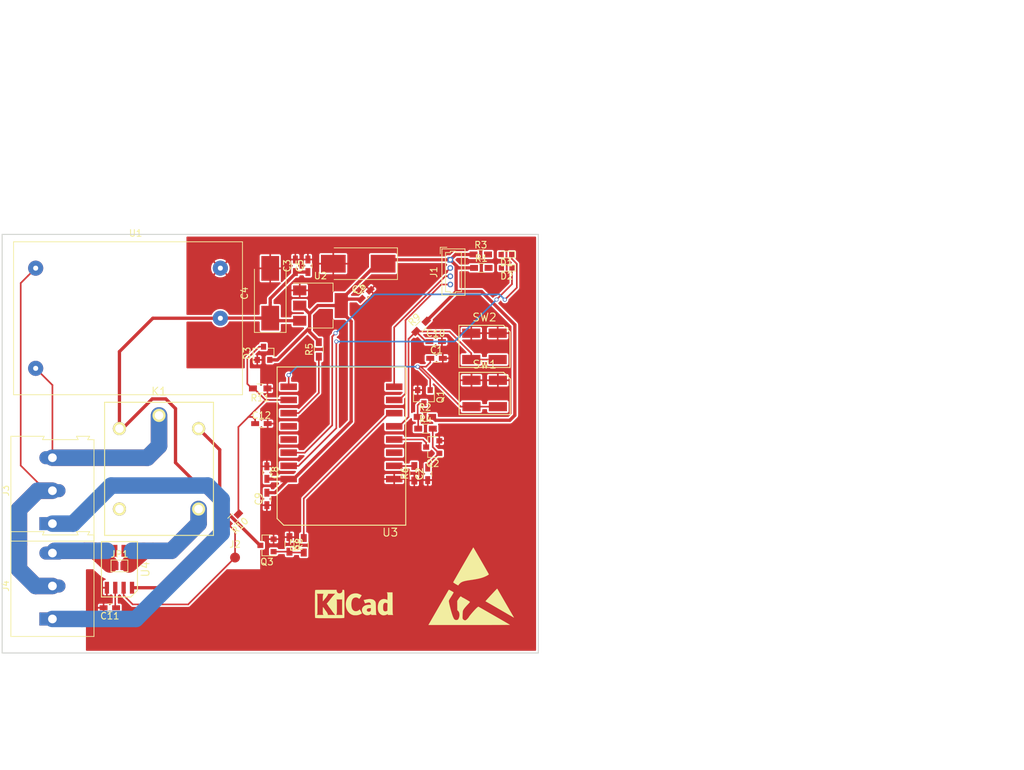
<source format=kicad_pcb>
(kicad_pcb (version 4) (host pcbnew 4.0.0-rc2-stable)
  (layers (0 F.Cu signal) (31 B.Cu signal) (34 B.Paste user) (35 F.Paste user) (36 B.SilkS user) (37 F.SilkS user) (38 B.Mask user) (39 F.Mask user) (44 Edge.Cuts user))
  (net 0 "")
  (net 1 "Net-(C1-Pad1)")
  (net 2 GND)
  (net 3 "Net-(C2-Pad2)")
  (net 4 +5V)
  (net 5 +3V3)
  (net 6 "Net-(C10-Pad1)")
  (net 7 "Net-(C11-Pad1)")
  (net 8 /AC_CURRENT)
  (net 9 "Net-(D1-Pad2)")
  (net 10 "Net-(D1-Pad1)")
  (net 11 "Net-(D2-Pad2)")
  (net 12 "Net-(D2-Pad1)")
  (net 13 "Net-(J1-Pad3)")
  (net 14 "Net-(J1-Pad4)")
  (net 15 "Net-(J2-Pad1)")
  (net 16 /~~AC_OUT)
  (net 17 "Net-(JP1-Pad2)")
  (net 18 /~~AC1)
  (net 19 "Net-(Q1-Pad3)")
  (net 20 /GPIO0)
  (net 21 "Net-(Q3-Pad1)")
  (net 22 "Net-(R5-Pad1)")
  (net 23 "Net-(R6-Pad2)")
  (net 24 /Control_Out)
  (net 25 "Net-(J3-Pad1)")
  (net 26 /~~AC2)
  (net 27 "Net-(K1-Pad1)")
  (module Capacitors_SMD:C_0603_HandSoldering (layer F.Cu) (at 119.192001 89.916)
    (fp_text reference C1 (at 0 -1.25) (layer F.SilkS))
    (fp_text value 100n)
    (pad 1 smd rect (at -0.95 0) (size 1.2 0.75) (layers F.Cu F.Paste F.Mask) (net 1 "Net-(C1-Pad1)"))
    (pad 2 smd rect (at 0.95 0) (size 1.2 0.75) (layers F.Cu F.Paste F.Mask) (net 2 GND))
  )
  (module Capacitors_SMD:C_0603_HandSoldering (layer F.Cu) (at 117.856 107.442 90)
    (fp_text reference C2 (at 0 -1.25 90) (layer F.SilkS))
    (fp_text value 220n)
    (pad 1 smd rect (at -0.95 0 90) (size 1.2 0.75) (layers F.Cu F.Paste F.Mask) (net 2 GND))
    (pad 2 smd rect (at 0.95 0 90) (size 1.2 0.75) (layers F.Cu F.Paste F.Mask) (net 3 "Net-(C2-Pad2)"))
  )
  (module Capacitors_SMD:C_0603_HandSoldering (layer F.Cu) (at 97.79 75.879999 90)
    (fp_text reference C3 (at 0 -1.25 90) (layer F.SilkS))
    (fp_text value 1u)
    (pad 1 smd rect (at -0.95 0 90) (size 1.2 0.75) (layers F.Cu F.Paste F.Mask) (net 4 +5V))
    (pad 2 smd rect (at 0.95 0 90) (size 1.2 0.75) (layers F.Cu F.Paste F.Mask) (net 2 GND))
  )
  (module Capacitors_Tantalum_SMD:CP_Tantalum_Case-D_EIA-7343-31_Hand (layer F.Cu) (at 93.98 80.045 90)
    (fp_text reference C4 (at 0 -3.9 90) (layer F.SilkS))
    (fp_text value 68u)
    (pad 1 smd rect (at -3.775 0 90) (size 3.75 2.7) (layers F.Cu F.Paste F.Mask) (net 4 +5V))
    (pad 2 smd rect (at 3.775 0 90) (size 3.75 2.7) (layers F.Cu F.Paste F.Mask) (net 2 GND))
  )
  (module Capacitors_SMD:C_0603_HandSoldering (layer F.Cu) (at 99.695 75.879999 90)
    (fp_text reference C5 (at 0 -1.25 90) (layer F.SilkS))
    (fp_text value 100n)
    (pad 1 smd rect (at -0.95 0 90) (size 1.2 0.75) (layers F.Cu F.Paste F.Mask) (net 4 +5V))
    (pad 2 smd rect (at 0.95 0 90) (size 1.2 0.75) (layers F.Cu F.Paste F.Mask) (net 2 GND))
  )
  (module Capacitors_SMD:C_0603_HandSoldering (layer F.Cu) (at 108.458 80.264 45)
    (fp_text reference C6 (at 0 -1.25 45) (layer F.SilkS))
    (fp_text value 1u)
    (pad 1 smd rect (at -0.95 0 45) (size 1.2 0.75) (layers F.Cu F.Paste F.Mask) (net 5 +3V3))
    (pad 2 smd rect (at 0.95 0 45) (size 1.2 0.75) (layers F.Cu F.Paste F.Mask) (net 2 GND))
  )
  (module Capacitors_Tantalum_SMD:CP_Tantalum_Case-D_EIA-7343-31_Hand (layer F.Cu) (at 107.315 75.565 180)
    (fp_text reference C7 (at 0 -3.9 180) (layer F.SilkS))
    (fp_text value 150u)
    (pad 1 smd rect (at -3.775 0 180) (size 3.75 2.7) (layers F.Cu F.Paste F.Mask) (net 5 +3V3))
    (pad 2 smd rect (at 3.775 0 180) (size 3.75 2.7) (layers F.Cu F.Paste F.Mask) (net 2 GND))
  )
  (module Capacitors_SMD:C_0603_HandSoldering (layer F.Cu) (at 93.472 107.254 270)
    (fp_text reference C8 (at 0 -1.25 270) (layer F.SilkS))
    (fp_text value 100p)
    (pad 1 smd rect (at -0.95 0 270) (size 1.2 0.75) (layers F.Cu F.Paste F.Mask) (net 2 GND))
    (pad 2 smd rect (at 0.95 0 270) (size 1.2 0.75) (layers F.Cu F.Paste F.Mask) (net 5 +3V3))
  )
  (module Capacitors_SMD:C_0603_HandSoldering (layer F.Cu) (at 93.472 111.252 90)
    (fp_text reference C9 (at 0 -1.25 90) (layer F.SilkS))
    (fp_text value 10n)
    (pad 1 smd rect (at -0.95 0 90) (size 1.2 0.75) (layers F.Cu F.Paste F.Mask) (net 2 GND))
    (pad 2 smd rect (at 0.95 0 90) (size 1.2 0.75) (layers F.Cu F.Paste F.Mask) (net 5 +3V3))
  )
  (module Capacitors_SMD:C_0603_HandSoldering (layer F.Cu) (at 119.06 87.376)
    (fp_text reference C10 (at 0 -1.25) (layer F.SilkS))
    (fp_text value 100n)
    (pad 1 smd rect (at -0.95 0) (size 1.2 0.75) (layers F.Cu F.Paste F.Mask) (net 6 "Net-(C10-Pad1)"))
    (pad 2 smd rect (at 0.95 0) (size 1.2 0.75) (layers F.Cu F.Paste F.Mask) (net 2 GND))
  )
  (module Capacitors_SMD:C_0603_HandSoldering (layer F.Cu) (at 69.662001 127.762 180)
    (fp_text reference C11 (at 0 -1.25 180) (layer F.SilkS))
    (fp_text value 1u)
    (pad 1 smd rect (at -0.95 0 180) (size 1.2 0.75) (layers F.Cu F.Paste F.Mask) (net 7 "Net-(C11-Pad1)"))
    (pad 2 smd rect (at 0.95 0 180) (size 1.2 0.75) (layers F.Cu F.Paste F.Mask) (net 2 GND))
  )
  (module Capacitors_SMD:C_0603_HandSoldering (layer F.Cu) (at 92.643999 99.822)
    (fp_text reference C12 (at 0 -1.25) (layer F.SilkS))
    (fp_text value 100n)
    (pad 1 smd rect (at -0.95 0) (size 1.2 0.75) (layers F.Cu F.Paste F.Mask) (net 8 /AC_CURRENT))
    (pad 2 smd rect (at 0.95 0) (size 1.2 0.75) (layers F.Cu F.Paste F.Mask) (net 2 GND))
  )
  (module LEDs:LED_0603 (layer F.Cu) (at 129.794 74.168 180)
    (fp_text reference D1 (at 0 -1.25 180) (layer F.SilkS))
    (fp_text value LED)
    (pad 2 smd rect (at 0.8 0) (size 0.8 0.8) (layers F.Cu F.Paste F.Mask) (net 9 "Net-(D1-Pad2)"))
    (pad 1 smd rect (at -0.8 0) (size 0.8 0.8) (layers F.Cu F.Paste F.Mask) (net 10 "Net-(D1-Pad1)"))
  )
  (module LEDs:LED_0603 (layer F.Cu) (at 129.832 76.2 180)
    (fp_text reference D2 (at 0 -1.25 180) (layer F.SilkS))
    (fp_text value LED)
    (pad 2 smd rect (at 0.8 0) (size 0.8 0.8) (layers F.Cu F.Paste F.Mask) (net 11 "Net-(D2-Pad2)"))
    (pad 1 smd rect (at -0.8 0) (size 0.8 0.8) (layers F.Cu F.Paste F.Mask) (net 12 "Net-(D2-Pad1)"))
  )
  (module TO_SOT_Packages_SMD:SOT-23 (layer F.Cu) (at 92.964 89.154 90)
    (fp_text reference D3 (at 0 -2.5 90) (layer F.SilkS))
    (fp_text value BAV99)
    (pad 1 smd rect (at -1 -0.95 90) (size 0.9 0.8) (layers F.Cu F.Paste F.Mask) (net 2 GND))
    (pad 2 smd rect (at -1 0.95 90) (size 0.9 0.8) (layers F.Cu F.Paste F.Mask) (net 5 +3V3))
    (pad 3 smd rect (at 1 0 90) (size 0.9 0.8) (layers F.Cu F.Paste F.Mask) (net 8 /AC_CURRENT))
  )
  (module Connectors_Molex:Molex_PicoBlade_53047-0410_04x1.25mm_Straight (layer F.Cu) (at 121.285 74.97 270)
    (fp_text reference J1 (at 1.875 2.5 270) (layer F.SilkS))
    (fp_text value CONN_01X04)
    (pad 1 thru_hole rect (at 0 0 270) (size 0.85 0.85) (drill 0.5) (layers *.Cu *.Mask) (net 5 +3V3))
    (pad 2 thru_hole circle (at 1.25 0 270) (size 0.85 0.85) (drill 0.5) (layers *.Cu *.Mask) (net 2 GND))
    (pad 3 thru_hole circle (at 2.5 0 270) (size 0.85 0.85) (drill 0.5) (layers *.Cu *.Mask) (net 13 "Net-(J1-Pad3)"))
    (pad 4 thru_hole circle (at 3.75 0 270) (size 0.85 0.85) (drill 0.5) (layers *.Cu *.Mask) (net 14 "Net-(J1-Pad4)"))
  )
  (module Measurement_Points:Measurement_Point_Round-SMD-Pad_Small (layer F.Cu) (at 88.646 120.142)
    (fp_text reference J2 (at 0 -2) (layer F.SilkS))
    (fp_text value TEST_1P)
    (pad 1 smd circle (at 0 0) (size 1.5 1.5) (layers F.Cu F.Mask) (net 15 "Net-(J2-Pad1)"))
  )
  (module Connect:GS2 (layer F.Cu) (at 71.12 121.412 90)
    (fp_text reference JP1 (at 1.78 0 180) (layer F.SilkS))
    (fp_text value Jumper)
    (pad 1 smd rect (at 0 -0.64 90) (size 1.27 0.97) (layers F.Cu F.Paste F.Mask) (net 16 /~~AC_OUT))
    (pad 2 smd rect (at 0 0.64 90) (size 1.27 0.97) (layers F.Cu F.Paste F.Mask) (net 17 "Net-(JP1-Pad2)"))
  )
  (module symbols:TRU-Relay (layer F.Cu) (at 77.12 106.68 270)
    (fp_text reference K1 (at -11.74 0 360) (layer F.SilkS) (effects (font (size 1.2 1.2))))
    (fp_text value TRU-5VDC-SB-CL)
    (pad 3 thru_hole circle (at -8.1 0 270) (size 2 2) (drill 1.3) (layers *.Cu *.Mask F.SilkS) (net 18 /~~AC1))
    (pad 1 thru_hole circle (at -6.1 -6 270) (size 2 2) (drill 1.3) (layers *.Cu *.Mask F.SilkS) (net 27 "Net-(K1-Pad1)"))
    (pad 2 thru_hole circle (at -6.1 6 270) (size 2 2) (drill 1.3) (layers *.Cu *.Mask F.SilkS) (net 4 +5V))
    (pad 5 thru_hole circle (at 6.1 -6 270) (size 2 2) (drill 1.3) (layers *.Cu *.Mask F.SilkS) (net 17 "Net-(JP1-Pad2)"))
    (pad 4 thru_hole circle (at 6.1 6 270) (size 2 2) (drill 1.3) (layers *.Cu *.Mask F.SilkS))
  )
  (module TO_SOT_Packages_SMD:SOT-23 (layer F.Cu) (at 117.282 95.742 270)
    (fp_text reference Q1 (at 0 -2.5 270) (layer F.SilkS))
    (fp_text value BSS138)
    (pad 1 smd rect (at -1 -0.95 270) (size 0.9 0.8) (layers F.Cu F.Paste F.Mask) (net 1 "Net-(C1-Pad1)"))
    (pad 2 smd rect (at -1 0.95 270) (size 0.9 0.8) (layers F.Cu F.Paste F.Mask) (net 2 GND))
    (pad 3 smd rect (at 1 0 270) (size 0.9 0.8) (layers F.Cu F.Paste F.Mask) (net 19 "Net-(Q1-Pad3)"))
  )
  (module TO_SOT_Packages_SMD:SOT-23 (layer F.Cu) (at 118.618 103.378 180)
    (fp_text reference Q2 (at 0 -2.5 180) (layer F.SilkS))
    (fp_text value BSS138)
    (pad 1 smd rect (at -1 -0.95 180) (size 0.9 0.8) (layers F.Cu F.Paste F.Mask) (net 3 "Net-(C2-Pad2)"))
    (pad 2 smd rect (at -1 0.95 180) (size 0.9 0.8) (layers F.Cu F.Paste F.Mask) (net 2 GND))
    (pad 3 smd rect (at 1 0 180) (size 0.9 0.8) (layers F.Cu F.Paste F.Mask) (net 20 /GPIO0))
  )
  (module TO_SOT_Packages_SMD:SOT-23 (layer F.Cu) (at 93.488 118.298 180)
    (fp_text reference Q3 (at 0 -2.5 180) (layer F.SilkS))
    (fp_text value BSS138)
    (pad 1 smd rect (at -1 -0.95 180) (size 0.9 0.8) (layers F.Cu F.Paste F.Mask) (net 21 "Net-(Q3-Pad1)"))
    (pad 2 smd rect (at -1 0.95 180) (size 0.9 0.8) (layers F.Cu F.Paste F.Mask) (net 2 GND))
    (pad 3 smd rect (at 1 0 180) (size 0.9 0.8) (layers F.Cu F.Paste F.Mask) (net 27 "Net-(K1-Pad1)"))
  )
  (module Resistors_SMD:R_0603_HandSoldering (layer F.Cu) (at 125.984 76.2)
    (fp_text reference R1 (at 0 -1.45) (layer F.SilkS))
    (fp_text value 270)
    (pad 1 smd rect (at -1.1 0) (size 1.2 0.9) (layers F.Cu F.Paste F.Mask) (net 5 +3V3))
    (pad 2 smd rect (at 1.1 0) (size 1.2 0.9) (layers F.Cu F.Paste F.Mask) (net 11 "Net-(D2-Pad2)"))
  )
  (module Resistors_SMD:R_0603_HandSoldering (layer F.Cu) (at 117.431999 98.806)
    (fp_text reference R2 (at 0 -1.45) (layer F.SilkS))
    (fp_text value 470k)
    (pad 1 smd rect (at -1.1 0) (size 1.2 0.9) (layers F.Cu F.Paste F.Mask) (net 19 "Net-(Q1-Pad3)"))
    (pad 2 smd rect (at 1.1 0) (size 1.2 0.9) (layers F.Cu F.Paste F.Mask) (net 5 +3V3))
  )
  (module Resistors_SMD:R_0603_HandSoldering (layer F.Cu) (at 125.9 74.168)
    (fp_text reference R3 (at 0 -1.45) (layer F.SilkS))
    (fp_text value 270)
    (pad 1 smd rect (at -1.1 0) (size 1.2 0.9) (layers F.Cu F.Paste F.Mask) (net 5 +3V3))
    (pad 2 smd rect (at 1.1 0) (size 1.2 0.9) (layers F.Cu F.Paste F.Mask) (net 9 "Net-(D1-Pad2)"))
  )
  (module Resistors_SMD:R_0603_HandSoldering (layer F.Cu) (at 117.518 100.584)
    (fp_text reference R4 (at 0 -1.45) (layer F.SilkS))
    (fp_text value 100k)
    (pad 1 smd rect (at -1.1 0) (size 1.2 0.9) (layers F.Cu F.Paste F.Mask) (net 19 "Net-(Q1-Pad3)"))
    (pad 2 smd rect (at 1.1 0) (size 1.2 0.9) (layers F.Cu F.Paste F.Mask) (net 3 "Net-(C2-Pad2)"))
  )
  (module Resistors_SMD:R_0603_HandSoldering (layer F.Cu) (at 101.346 88.562 90)
    (fp_text reference R5 (at 0 -1.45 90) (layer F.SilkS))
    (fp_text value 4k7)
    (pad 1 smd rect (at -1.1 0 90) (size 1.2 0.9) (layers F.Cu F.Paste F.Mask) (net 22 "Net-(R5-Pad1)"))
    (pad 2 smd rect (at 1.1 0 90) (size 1.2 0.9) (layers F.Cu F.Paste F.Mask) (net 5 +3V3))
  )
  (module Resistors_SMD:R_0603_HandSoldering (layer F.Cu) (at 115.824 107.358001 90)
    (fp_text reference R6 (at 0 -1.45 90) (layer F.SilkS))
    (fp_text value 10k)
    (pad 1 smd rect (at -1.1 0 90) (size 1.2 0.9) (layers F.Cu F.Paste F.Mask) (net 2 GND))
    (pad 2 smd rect (at 1.1 0 90) (size 1.2 0.9) (layers F.Cu F.Paste F.Mask) (net 23 "Net-(R6-Pad2)"))
  )
  (module Resistors_SMD:R_0603_HandSoldering (layer F.Cu) (at 99.06 118.28 90)
    (fp_text reference R7 (at 0 -1.45 90) (layer F.SilkS))
    (fp_text value 10k)
    (pad 1 smd rect (at -1.1 0 90) (size 1.2 0.9) (layers F.Cu F.Paste F.Mask) (net 21 "Net-(Q3-Pad1)"))
    (pad 2 smd rect (at 1.1 0 90) (size 1.2 0.9) (layers F.Cu F.Paste F.Mask) (net 24 /Control_Out))
  )
  (module Resistors_SMD:R_0603_HandSoldering (layer F.Cu) (at 96.896 118.148 270)
    (fp_text reference R8 (at 0 -1.45 270) (layer F.SilkS))
    (fp_text value 10k)
    (pad 1 smd rect (at -1.1 0 270) (size 1.2 0.9) (layers F.Cu F.Paste F.Mask) (net 2 GND))
    (pad 2 smd rect (at 1.1 0 270) (size 1.2 0.9) (layers F.Cu F.Paste F.Mask) (net 21 "Net-(Q3-Pad1)"))
  )
  (module Resistors_SMD:R_0603_HandSoldering (layer F.Cu) (at 116.855817 85.074183 45)
    (fp_text reference R9 (at 0 -1.45 45) (layer F.SilkS))
    (fp_text value 47k)
    (pad 1 smd rect (at -1.1 0 45) (size 1.2 0.9) (layers F.Cu F.Paste F.Mask) (net 6 "Net-(C10-Pad1)"))
    (pad 2 smd rect (at 1.1 0 45) (size 1.2 0.9) (layers F.Cu F.Paste F.Mask) (net 5 +3V3))
  )
  (module Resistors_SMD:R_0603_HandSoldering (layer F.Cu) (at 88.376183 114.315817 225)
    (fp_text reference R10 (at 0 -1.45 225) (layer F.SilkS))
    (fp_text value 4k7)
    (pad 1 smd rect (at -1.1 0 225) (size 1.2 0.9) (layers F.Cu F.Paste F.Mask) (net 8 /AC_CURRENT))
    (pad 2 smd rect (at 1.1 0 225) (size 1.2 0.9) (layers F.Cu F.Paste F.Mask) (net 15 "Net-(J2-Pad1)"))
  )
  (module Resistors_SMD:R_0603_HandSoldering (layer F.Cu) (at 92.456 94.488 180)
    (fp_text reference R11 (at 0 -1.45 180) (layer F.SilkS))
    (fp_text value 4k7)
    (pad 1 smd rect (at -1.1 0 180) (size 1.2 0.9) (layers F.Cu F.Paste F.Mask) (net 2 GND))
    (pad 2 smd rect (at 1.1 0 180) (size 1.2 0.9) (layers F.Cu F.Paste F.Mask) (net 8 /AC_CURRENT))
  )
  (module buttons_smd:DTSGL-61K (layer F.Cu) (at 126.492 95.25 270)
    (fp_text reference SW1 (at -4.4 0 360) (layer F.SilkS) (effects (font (size 1.2 1.2))))
    (fp_text value SW_Push)
    (pad 1 smd rect (at -2 -2 270) (size 1.4 2.75) (layers F.Cu F.Paste F.Mask) (net 2 GND))
    (pad 1 smd rect (at -2 2 270) (size 1.4 2.75) (layers F.Cu F.Paste F.Mask) (net 2 GND))
    (pad 2 smd rect (at 2 -2 270) (size 1.4 2.75) (layers F.Cu F.Paste F.Mask) (net 1 "Net-(C1-Pad1)"))
    (pad 2 smd rect (at 2 2 270) (size 1.4 2.75) (layers F.Cu F.Paste F.Mask) (net 1 "Net-(C1-Pad1)"))
  )
  (module buttons_smd:DTSGL-61K (layer F.Cu) (at 126.46 88.106 270)
    (fp_text reference SW2 (at -4.4 0 360) (layer F.SilkS) (effects (font (size 1.2 1.2))))
    (fp_text value SW_Push)
    (pad 1 smd rect (at -2 -2 270) (size 1.4 2.75) (layers F.Cu F.Paste F.Mask) (net 2 GND))
    (pad 1 smd rect (at -2 2 270) (size 1.4 2.75) (layers F.Cu F.Paste F.Mask) (net 2 GND))
    (pad 2 smd rect (at 2 -2 270) (size 1.4 2.75) (layers F.Cu F.Paste F.Mask) (net 6 "Net-(C10-Pad1)"))
    (pad 2 smd rect (at 2 2 270) (size 1.4 2.75) (layers F.Cu F.Paste F.Mask) (net 6 "Net-(C10-Pad1)"))
  )
  (module Converters_DCDC_ACDC:ACDC-Converter_MeanWell-IRM-02-x (layer F.Cu) (at 58.42 76.24)
    (fp_text reference U1 (at 15.15 -5.3) (layer F.SilkS))
    (fp_text value IRM-02-5)
    (pad 1 thru_hole circle (at 0 0) (size 2.29 2.29) (drill 0.76) (layers *.Cu *.Mask) (net 26 /~~AC2))
    (pad 2 thru_hole circle (at 0 15.2) (size 2.29 2.29) (drill 0.76) (layers *.Cu *.Mask) (net 18 /~~AC1))
    (pad 3 thru_hole circle (at 28 0) (size 2.29 2.29) (drill 0.76) (layers *.Cu *.Mask) (net 2 GND))
    (pad 4 thru_hole circle (at 28 7.6) (size 2.29 2.29) (drill 0.76) (layers *.Cu *.Mask) (net 4 +5V))
  )
  (module TO_SOT_Packages_SMD:SOT-223-3Lead_TabPin2 (layer F.Cu) (at 101.6 81.915)
    (fp_text reference U2 (at 0 -4.5) (layer F.SilkS))
    (fp_text value LD1117S33TR_SOT223)
    (pad 2 smd rect (at 3.15 0) (size 2 3.8) (layers F.Cu F.Paste F.Mask) (net 5 +3V3))
    (pad 2 smd rect (at -3.15 0) (size 2 1.5) (layers F.Cu F.Paste F.Mask) (net 5 +3V3))
    (pad 3 smd rect (at -3.15 2.3) (size 2 1.5) (layers F.Cu F.Paste F.Mask) (net 4 +5V))
    (pad 1 smd rect (at -3.15 -2.3) (size 2 1.5) (layers F.Cu F.Paste F.Mask) (net 2 GND))
  )
  (module symbols:SOIC-8 (layer F.Cu) (at 71.12 121.92 180)
    (fp_text reference U4 (at -3.93 0 270) (layer F.SilkS) (effects (font (size 1.2 1.2))))
    (fp_text value ACS712)
    (pad 8 smd rect (at -1.905 -2.8 180) (size 0.65 1.8) (layers F.Cu F.Paste F.Mask) (net 4 +5V))
    (pad 1 smd rect (at -1.905 2.8 180) (size 0.65 1.8) (layers F.Cu F.Paste F.Mask) (net 17 "Net-(JP1-Pad2)"))
    (pad 7 smd rect (at -0.635 -2.8 180) (size 0.65 1.8) (layers F.Cu F.Paste F.Mask) (net 15 "Net-(J2-Pad1)"))
    (pad 2 smd rect (at -0.635 2.8 180) (size 0.65 1.8) (layers F.Cu F.Paste F.Mask) (net 17 "Net-(JP1-Pad2)"))
    (pad 6 smd rect (at 0.635 -2.8 180) (size 0.65 1.8) (layers F.Cu F.Paste F.Mask) (net 7 "Net-(C11-Pad1)"))
    (pad 3 smd rect (at 0.635 2.8 180) (size 0.65 1.8) (layers F.Cu F.Paste F.Mask) (net 16 /~~AC_OUT))
    (pad 5 smd rect (at 1.905 -2.8 180) (size 0.65 1.8) (layers F.Cu F.Paste F.Mask) (net 2 GND))
    (pad 4 smd rect (at 1.905 2.8 180) (size 0.65 1.8) (layers F.Cu F.Paste F.Mask) (net 16 /~~AC_OUT))
  )
  (module Connect:AK300-3 (layer F.Cu) (at 60.96 115 90)
    (fp_text reference J3 (at 5 -7.1 90) (layer F.SilkS))
    (fp_text value CONN_01X03)
    (pad 1 thru_hole rect (at 0 0 90) (size 1.98 3.96) (drill 1.32) (layers *.Cu F.Paste F.Mask) (net 25 "Net-(J3-Pad1)"))
    (pad 2 thru_hole oval (at 5 0 90) (size 1.98 3.96) (drill 1.32) (layers *.Cu F.Paste F.Mask) (net 26 /~~AC2))
    (pad 3 thru_hole oval (at 10 0 90) (size 1.98 3.96) (drill 1.32) (layers *.Cu F.Paste F.Mask) (net 18 /~~AC1))
  )
  (module Connect:AK300-3 (layer F.Cu) (at 60.96 129.46 90)
    (fp_text reference J4 (at 5 -7.1 90) (layer F.SilkS))
    (fp_text value CONN_01X03)
    (pad 1 thru_hole rect (at 0 0 90) (size 1.98 3.96) (drill 1.32) (layers *.Cu F.Paste F.Mask) (net 25 "Net-(J3-Pad1)"))
    (pad 2 thru_hole oval (at 5 0 90) (size 1.98 3.96) (drill 1.32) (layers *.Cu F.Paste F.Mask) (net 26 /~~AC2))
    (pad 3 thru_hole oval (at 10 0 90) (size 1.98 3.96) (drill 1.32) (layers *.Cu F.Paste F.Mask) (net 16 /~~AC_OUT))
  )
  (module symbols:ESP-07 (layer F.Cu) (at 104.775 102.235 90)
    (fp_text reference U3 (at -14.1 7.4 180) (layer F.SilkS) (effects (font (size 1.2 1.2))))
    (fp_text value ESP-07)
    (pad 14 smd rect (at -2 -8 90) (size 1 2.5) (layers F.Cu F.Paste F.Mask) (net 10 "Net-(D1-Pad1)"))
    (pad 1 smd rect (at -6 8 90) (size 1 2.5) (layers F.Cu F.Paste F.Mask) (net 2 GND))
    (pad 13 smd rect (at 0 -8 90) (size 1 2.5) (layers F.Cu F.Paste F.Mask))
    (pad 2 smd rect (at -4 8 90) (size 1 2.5) (layers F.Cu F.Paste F.Mask) (net 23 "Net-(R6-Pad2)"))
    (pad 12 smd rect (at 2 -8 90) (size 1 2.5) (layers F.Cu F.Paste F.Mask))
    (pad 3 smd rect (at -2 8 90) (size 1 2.5) (layers F.Cu F.Paste F.Mask))
    (pad 11 smd rect (at 4 -8 90) (size 1 2.5) (layers F.Cu F.Paste F.Mask) (net 22 "Net-(R5-Pad1)"))
    (pad 4 smd rect (at 0 8 90) (size 1 2.5) (layers F.Cu F.Paste F.Mask) (net 20 /GPIO0))
    (pad 10 smd rect (at 6 -8 90) (size 1 2.5) (layers F.Cu F.Paste F.Mask) (net 8 /AC_CURRENT))
    (pad 5 smd rect (at 2 8 90) (size 1 2.5) (layers F.Cu F.Paste F.Mask) (net 6 "Net-(C10-Pad1)"))
    (pad 9 smd rect (at 8 -8 90) (size 1 2.5) (layers F.Cu F.Paste F.Mask) (net 1 "Net-(C1-Pad1)"))
    (pad 6 smd rect (at 4 8 90) (size 1 2.5) (layers F.Cu F.Paste F.Mask) (net 24 /Control_Out))
    (pad 8 smd rect (at 8 8 90) (size 1 2.5) (layers F.Cu F.Paste F.Mask) (net 13 "Net-(J1-Pad3)"))
    (pad 7 smd rect (at 6 8 90) (size 1 2.5) (layers F.Cu F.Paste F.Mask) (net 14 "Net-(J1-Pad4)"))
    (pad 15 smd rect (at -4 -8 90) (size 1 2.5) (layers F.Cu F.Paste F.Mask) (net 12 "Net-(D2-Pad1)"))
    (pad 16 smd rect (at -6 -8 90) (size 1 2.5) (layers F.Cu F.Paste F.Mask) (net 5 +3V3))
  )
  (module Symbols:ESD-Logo_13.2x12mm_SilkScreen (layer F.Cu) (at 124.46 124.46)
    (fp_text reference REF*** hide)
    (fp_text value ESD-Logo_13.2x12mm_SilkScreen hide)
  )
  (module Symbols:Symbol_KiCAD-Logo_CopperAndSilkScreenTop (layer F.Cu) (at 106.68 127)
    (fp_text reference REF** hide)
    (fp_text value "KiCAD Logo" hide)
  )
  (gr_line (start 134.62 71.12) (end 53.34 71.12) (layer Edge.Cuts) (width 0.15))
  (gr_line (start 134.62 134.62) (end 134.62 71.12) (layer Edge.Cuts) (width 0.15))
  (gr_line (start 53.34 134.62) (end 134.62 134.62) (layer Edge.Cuts) (width 0.15))
  (gr_line (start 53.34 71.12) (end 53.34 134.62) (layer Edge.Cuts) (width 0.15))
  (segment (start 118.232 94.742) (end 118.232 93.086) (width 0.25) (layer F.Cu) (net 1))
  (segment (start 118.232 93.086) (end 116.332 91.186) (width 0.25) (layer F.Cu) (net 1))
  (segment (start 116.332 91.186) (end 117.597001 91.186) (width 0.25) (layer F.Cu) (net 1))
  (segment (start 117.597001 91.186) (end 118.242001 90.541) (width 0.25) (layer F.Cu) (net 1))
  (segment (start 118.242001 90.541) (end 118.242001 89.916) (width 0.25) (layer F.Cu) (net 1))
  (segment (start 124.492 97.25) (end 128.492 97.25) (width 0.25) (layer F.Cu) (net 1))
  (segment (start 96.774 92.456) (end 96.774 94.234) (width 0.25) (layer F.Cu) (net 1))
  (segment (start 96.774 94.234) (end 96.775 94.235) (width 0.25) (layer F.Cu) (net 1))
  (segment (start 116.332 91.186) (end 98.044 91.186) (width 0.25) (layer B.Cu) (net 1))
  (segment (start 98.044 91.186) (end 96.774 92.456) (width 0.25) (layer B.Cu) (net 1))
  (via (at 96.774 92.456) (size 0.6) (drill 0.4) (layers F.Cu B.Cu) (net 1))
  (segment (start 124.492 97.25) (end 122.867 97.25) (width 0.25) (layer F.Cu) (net 1))
  (segment (start 122.867 97.25) (end 116.803 91.186) (width 0.25) (layer F.Cu) (net 1))
  (segment (start 116.803 91.186) (end 116.332 91.186) (width 0.25) (layer F.Cu) (net 1))
  (via (at 116.332 91.186) (size 0.6) (drill 0.4) (layers F.Cu B.Cu) (net 1))
  (segment (start 119.618 104.328) (end 119.568 104.328) (width 0.25) (layer F.Cu) (net 3))
  (segment (start 117.856 106.04) (end 117.856 106.492) (width 0.25) (layer F.Cu) (net 3))
  (segment (start 119.568 104.328) (end 117.856 106.04) (width 0.25) (layer F.Cu) (net 3))
  (segment (start 119.568 104.328) (end 118.618 103.378) (width 0.25) (layer F.Cu) (net 3))
  (segment (start 118.618 103.378) (end 118.618 101.284) (width 0.25) (layer F.Cu) (net 3))
  (segment (start 118.618 101.284) (end 118.618 100.584) (width 0.25) (layer F.Cu) (net 3))
  (segment (start 118.618 100.584) (end 118.768 100.584) (width 0.25) (layer F.Cu) (net 3))
  (segment (start 118.768 100.584) (end 119.123001 100.939001) (width 0.25) (layer F.Cu) (net 3))
  (segment (start 98.45 84.215) (end 94.375 84.215) (width 0.5) (layer F.Cu) (net 4))
  (segment (start 94.375 84.215) (end 93.98 83.82) (width 0.5) (layer F.Cu) (net 4))
  (segment (start 97.79 76.829999) (end 97.79 77.054999) (width 0.5) (layer F.Cu) (net 4))
  (segment (start 97.79 77.054999) (end 93.98 80.864999) (width 0.5) (layer F.Cu) (net 4))
  (segment (start 93.98 80.864999) (end 93.98 81.445) (width 0.5) (layer F.Cu) (net 4))
  (segment (start 93.98 81.445) (end 93.98 83.82) (width 0.5) (layer F.Cu) (net 4))
  (segment (start 99.695 76.829999) (end 97.79 76.829999) (width 0.5) (layer F.Cu) (net 4))
  (segment (start 71.12 100.58) (end 71.12 101.044452) (width 0.5) (layer F.Cu) (net 4))
  (segment (start 85.62001 116.035538) (end 76.935548 124.72) (width 0.5) (layer F.Cu) (net 4))
  (segment (start 71.12 101.044452) (end 76.084462 96.07999) (width 0.5) (layer F.Cu) (net 4))
  (segment (start 76.084462 96.07999) (end 78.155538 96.07999) (width 0.5) (layer F.Cu) (net 4))
  (segment (start 78.155538 96.07999) (end 79.62001 97.544462) (width 0.5) (layer F.Cu) (net 4))
  (segment (start 73.85 124.72) (end 73.025 124.72) (width 0.5) (layer F.Cu) (net 4))
  (segment (start 79.62001 97.544462) (end 79.62001 105.744462) (width 0.5) (layer F.Cu) (net 4))
  (segment (start 79.62001 105.744462) (end 85.62001 111.744462) (width 0.5) (layer F.Cu) (net 4))
  (segment (start 85.62001 111.744462) (end 85.62001 116.035538) (width 0.5) (layer F.Cu) (net 4))
  (segment (start 76.935548 124.72) (end 73.85 124.72) (width 0.5) (layer F.Cu) (net 4))
  (segment (start 93.98 83.82) (end 86.44 83.82) (width 0.5) (layer F.Cu) (net 4))
  (segment (start 86.44 83.82) (end 86.42 83.84) (width 0.25) (layer F.Cu) (net 4))
  (segment (start 76.18 83.84) (end 71.12 88.9) (width 0.5) (layer F.Cu) (net 4))
  (segment (start 86.42 83.84) (end 76.18 83.84) (width 0.5) (layer F.Cu) (net 4))
  (segment (start 71.12 88.9) (end 71.12 100.58) (width 0.5) (layer F.Cu) (net 4))
  (segment (start 118.531999 98.806) (end 119.039999 99.314) (width 0.5) (layer F.Cu) (net 5))
  (segment (start 119.039999 99.314) (end 130.302 99.314) (width 0.5) (layer F.Cu) (net 5))
  (segment (start 131.064 84.836) (end 125.997999 79.769999) (width 0.5) (layer F.Cu) (net 5))
  (segment (start 130.302 99.314) (end 131.064 98.552) (width 0.5) (layer F.Cu) (net 5))
  (segment (start 131.064 98.552) (end 131.064 84.836) (width 0.5) (layer F.Cu) (net 5))
  (segment (start 125.997999 79.769999) (end 122.160001 79.769999) (width 0.5) (layer F.Cu) (net 5))
  (segment (start 97.525 108.235) (end 96.775 108.235) (width 0.5) (layer F.Cu) (net 5))
  (segment (start 106.25 84.315) (end 106.25 99.51) (width 0.5) (layer F.Cu) (net 5))
  (segment (start 106.25 99.51) (end 97.525 108.235) (width 0.5) (layer F.Cu) (net 5))
  (segment (start 104.75 82.815) (end 106.25 84.315) (width 0.5) (layer F.Cu) (net 5))
  (segment (start 104.75 81.915) (end 104.75 82.815) (width 0.5) (layer F.Cu) (net 5))
  (segment (start 99.95 85.275002) (end 99.95 85.916) (width 0.5) (layer F.Cu) (net 5))
  (segment (start 99.95 85.916) (end 101.346 87.312) (width 0.5) (layer F.Cu) (net 5))
  (segment (start 101.346 87.312) (end 101.346 87.462) (width 0.5) (layer F.Cu) (net 5))
  (segment (start 124.884 76.2) (end 122.515 76.2) (width 0.5) (layer F.Cu) (net 5))
  (segment (start 122.515 76.2) (end 122.160001 75.845001) (width 0.5) (layer F.Cu) (net 5))
  (segment (start 124.8 74.168) (end 122.087 74.168) (width 0.5) (layer F.Cu) (net 5))
  (segment (start 122.087 74.168) (end 121.285 74.97) (width 0.5) (layer F.Cu) (net 5))
  (segment (start 99.95 85.275002) (end 99.95 85.405999) (width 0.5) (layer F.Cu) (net 5))
  (segment (start 121.285 74.97) (end 122.160001 75.845001) (width 0.5) (layer F.Cu) (net 5))
  (segment (start 122.160001 75.845001) (end 122.160001 79.769999) (width 0.5) (layer F.Cu) (net 5))
  (segment (start 122.160001 79.769999) (end 118.128608 83.801392) (width 0.5) (layer F.Cu) (net 5))
  (segment (start 118.128608 83.801392) (end 117.633634 84.296366) (width 0.5) (layer F.Cu) (net 5))
  (segment (start 99.95 83.165) (end 101.2 81.915) (width 0.5) (layer F.Cu) (net 5))
  (segment (start 101.2 81.915) (end 104.75 81.915) (width 0.5) (layer F.Cu) (net 5))
  (segment (start 98.45 81.915) (end 98.7 81.915) (width 0.5) (layer F.Cu) (net 5))
  (segment (start 98.7 81.915) (end 99.95 83.165) (width 0.5) (layer F.Cu) (net 5))
  (segment (start 99.95 83.165) (end 99.95 85.275002) (width 0.5) (layer F.Cu) (net 5))
  (segment (start 99.95 85.275002) (end 95.071002 90.154) (width 0.5) (layer F.Cu) (net 5))
  (segment (start 95.071002 90.154) (end 94.814 90.154) (width 0.5) (layer F.Cu) (net 5))
  (segment (start 94.814 90.154) (end 93.914 90.154) (width 0.5) (layer F.Cu) (net 5))
  (segment (start 93.472 110.302) (end 94.708 110.302) (width 0.5) (layer F.Cu) (net 5))
  (segment (start 94.708 110.302) (end 96.775 108.235) (width 0.5) (layer F.Cu) (net 5))
  (segment (start 96.775 108.235) (end 93.503 108.235) (width 0.5) (layer F.Cu) (net 5))
  (segment (start 93.503 108.235) (end 93.472 108.204) (width 0.5) (layer F.Cu) (net 5))
  (segment (start 107.786249 80.935751) (end 105.729249 80.935751) (width 0.5) (layer F.Cu) (net 5))
  (segment (start 105.729249 80.935751) (end 104.75 81.915) (width 0.5) (layer F.Cu) (net 5))
  (segment (start 104.75 81.915) (end 104.75 81.015) (width 0.5) (layer F.Cu) (net 5))
  (segment (start 104.75 81.015) (end 110.2 75.565) (width 0.5) (layer F.Cu) (net 5))
  (segment (start 110.2 75.565) (end 111.09 75.565) (width 0.5) (layer F.Cu) (net 5))
  (segment (start 121.285 74.97) (end 111.685 74.97) (width 0.5) (layer F.Cu) (net 5))
  (segment (start 111.685 74.97) (end 111.09 75.565) (width 0.5) (layer F.Cu) (net 5))
  (segment (start 113.525 100.235) (end 112.775 100.235) (width 0.25) (layer F.Cu) (net 6))
  (segment (start 116.078 85.852) (end 114.946022 86.983978) (width 0.25) (layer F.Cu) (net 6))
  (segment (start 114.946022 86.983978) (end 114.946022 98.813978) (width 0.25) (layer F.Cu) (net 6))
  (segment (start 114.946022 98.813978) (end 113.525 100.235) (width 0.25) (layer F.Cu) (net 6))
  (segment (start 118.11 87.376) (end 117.602 87.376) (width 0.25) (layer F.Cu) (net 6))
  (segment (start 117.602 87.376) (end 116.466908 86.240908) (width 0.25) (layer F.Cu) (net 6))
  (segment (start 116.466908 86.240908) (end 116.078 85.852) (width 0.25) (layer F.Cu) (net 6))
  (segment (start 124.46 90.106) (end 128.46 90.106) (width 0.25) (layer F.Cu) (net 6))
  (segment (start 116.078 85.852) (end 121.156 85.852) (width 0.25) (layer F.Cu) (net 6))
  (segment (start 121.156 85.852) (end 124.46 89.156) (width 0.25) (layer F.Cu) (net 6))
  (segment (start 124.46 89.156) (end 124.46 90.106) (width 0.25) (layer F.Cu) (net 6))
  (segment (start 70.485 124.72) (end 70.485 127.634999) (width 0.25) (layer F.Cu) (net 7))
  (segment (start 70.485 127.634999) (end 70.612001 127.762) (width 0.25) (layer F.Cu) (net 7))
  (segment (start 93.253 96.235) (end 90.682 98.806) (width 0.25) (layer F.Cu) (net 8))
  (segment (start 91.693999 99.822) (end 91.693999 99.197) (width 0.25) (layer F.Cu) (net 8))
  (segment (start 90.682 98.806) (end 89.154 100.334) (width 0.25) (layer F.Cu) (net 8))
  (segment (start 91.693999 99.197) (end 91.302999 98.806) (width 0.25) (layer F.Cu) (net 8))
  (segment (start 91.302999 98.806) (end 90.682 98.806) (width 0.25) (layer F.Cu) (net 8))
  (segment (start 89.154 100.334) (end 89.154 113.538) (width 0.25) (layer F.Cu) (net 8))
  (segment (start 91.356 94.488) (end 91.506 94.488) (width 0.25) (layer F.Cu) (net 8))
  (segment (start 93.253 96.235) (end 95.275 96.235) (width 0.25) (layer F.Cu) (net 8))
  (segment (start 91.506 94.488) (end 93.253 96.235) (width 0.25) (layer F.Cu) (net 8))
  (segment (start 95.275 96.235) (end 96.775 96.235) (width 0.25) (layer F.Cu) (net 8))
  (segment (start 92.964 88.154) (end 92.314 88.154) (width 0.25) (layer F.Cu) (net 8))
  (segment (start 92.314 88.154) (end 90.506 89.962) (width 0.25) (layer F.Cu) (net 8))
  (segment (start 90.506 89.962) (end 90.506 93.788) (width 0.25) (layer F.Cu) (net 8))
  (segment (start 90.506 93.788) (end 91.206 94.488) (width 0.25) (layer F.Cu) (net 8))
  (segment (start 91.206 94.488) (end 91.356 94.488) (width 0.25) (layer F.Cu) (net 8))
  (segment (start 129.839999 80.726001) (end 129.54 81.026) (width 0.25) (layer F.Cu) (net 10))
  (segment (start 131.363999 79.202001) (end 129.839999 80.726001) (width 0.25) (layer F.Cu) (net 10))
  (segment (start 131.363999 75.587999) (end 131.363999 79.202001) (width 0.25) (layer F.Cu) (net 10))
  (segment (start 130.594 74.818) (end 131.363999 75.587999) (width 0.25) (layer F.Cu) (net 10))
  (segment (start 130.594 74.168) (end 130.594 74.818) (width 0.25) (layer F.Cu) (net 10))
  (segment (start 128.732001 80.218001) (end 129.240001 80.726001) (width 0.25) (layer B.Cu) (net 10))
  (segment (start 109.773999 80.218001) (end 128.732001 80.218001) (width 0.25) (layer B.Cu) (net 10))
  (segment (start 103.886 86.106) (end 109.773999 80.218001) (width 0.25) (layer B.Cu) (net 10))
  (segment (start 129.240001 80.726001) (end 129.54 81.026) (width 0.25) (layer B.Cu) (net 10))
  (via (at 129.54 81.026) (size 0.6) (drill 0.4) (layers F.Cu B.Cu) (net 10))
  (segment (start 99.219 104.235) (end 103.378 100.076) (width 0.25) (layer F.Cu) (net 10))
  (segment (start 103.378 100.076) (end 103.378 86.614) (width 0.25) (layer F.Cu) (net 10))
  (segment (start 96.775 104.235) (end 99.219 104.235) (width 0.25) (layer F.Cu) (net 10))
  (segment (start 103.378 86.614) (end 103.886 86.106) (width 0.25) (layer F.Cu) (net 10))
  (via (at 103.886 86.106) (size 0.6) (drill 0.4) (layers F.Cu B.Cu) (net 10))
  (segment (start 127.992343 81.303653) (end 128.292342 81.003654) (width 0.25) (layer B.Cu) (net 12))
  (segment (start 121.919996 87.376) (end 127.992343 81.303653) (width 0.25) (layer B.Cu) (net 12))
  (segment (start 130.632 78.663996) (end 128.592341 80.703655) (width 0.25) (layer F.Cu) (net 12))
  (segment (start 130.632 76.2) (end 130.632 78.663996) (width 0.25) (layer F.Cu) (net 12))
  (via (at 128.292342 81.003654) (size 0.6) (drill 0.4) (layers F.Cu B.Cu) (net 12))
  (segment (start 104.00302 87.376) (end 121.919996 87.376) (width 0.25) (layer B.Cu) (net 12))
  (segment (start 128.592341 80.703655) (end 128.292342 81.003654) (width 0.25) (layer F.Cu) (net 12))
  (segment (start 104.00302 87.800264) (end 104.00302 87.376) (width 0.25) (layer F.Cu) (net 12))
  (segment (start 98.275 106.235) (end 104.00302 100.50698) (width 0.25) (layer F.Cu) (net 12))
  (segment (start 96.775 106.235) (end 98.275 106.235) (width 0.25) (layer F.Cu) (net 12))
  (via (at 104.00302 87.376) (size 0.6) (drill 0.4) (layers F.Cu B.Cu) (net 12))
  (segment (start 104.00302 100.50698) (end 104.00302 87.800264) (width 0.25) (layer F.Cu) (net 12))
  (segment (start 112.775 85.216589) (end 112.775 93.485) (width 0.25) (layer F.Cu) (net 13))
  (segment (start 120.521589 77.47) (end 112.775 85.216589) (width 0.25) (layer F.Cu) (net 13))
  (segment (start 121.285 77.47) (end 120.521589 77.47) (width 0.25) (layer F.Cu) (net 13))
  (segment (start 112.775 93.485) (end 112.775 94.235) (width 0.25) (layer F.Cu) (net 13))
  (segment (start 114.496011 95.263989) (end 113.525 96.235) (width 0.25) (layer F.Cu) (net 14))
  (segment (start 121.285 78.72) (end 119.908 78.72) (width 0.25) (layer F.Cu) (net 14))
  (segment (start 119.908 78.72) (end 114.496011 84.131989) (width 0.25) (layer F.Cu) (net 14))
  (segment (start 113.525 96.235) (end 112.775 96.235) (width 0.25) (layer F.Cu) (net 14))
  (segment (start 114.496011 84.131989) (end 114.496011 95.263989) (width 0.25) (layer F.Cu) (net 14))
  (segment (start 71.755 124.72) (end 71.755 125.87) (width 0.25) (layer F.Cu) (net 15))
  (segment (start 71.755 125.87) (end 73.139 127.254) (width 0.25) (layer F.Cu) (net 15))
  (segment (start 73.139 127.254) (end 81.534 127.254) (width 0.25) (layer F.Cu) (net 15))
  (segment (start 81.534 127.254) (end 88.646 120.142) (width 0.25) (layer F.Cu) (net 15))
  (segment (start 87.598366 115.093634) (end 88.646 116.141268) (width 0.25) (layer F.Cu) (net 15))
  (segment (start 88.646 116.141268) (end 88.646 120.142) (width 0.25) (layer F.Cu) (net 15))
  (segment (start 67.561826 119.12) (end 65.786 119.12) (width 2.5) (layer F.Cu) (net 16))
  (segment (start 69.7 121.2) (end 69.091826 120.65) (width 2.5) (layer F.Cu) (net 16))
  (segment (start 69.091826 120.65) (end 67.4 119.12) (width 2.5) (layer F.Cu) (net 16))
  (segment (start 67.561826 119.12) (end 69.091826 120.65) (width 2.5) (layer F.Cu) (net 16))
  (segment (start 65.786 119.12) (end 61.3 119.12) (width 2.5) (layer F.Cu) (net 16))
  (segment (start 68.072 119.12) (end 65.786 119.12) (width 2.5) (layer F.Cu) (net 16))
  (segment (start 70.48 121.412) (end 69.745 121.412) (width 0.25) (layer F.Cu) (net 16))
  (segment (start 69.745 121.412) (end 69.7 121.367) (width 0.25) (layer F.Cu) (net 16))
  (segment (start 69.7 121.367) (end 69.7 121.2) (width 0.25) (layer F.Cu) (net 16))
  (segment (start 70.48 121.412) (end 69.85 121.412) (width 0.25) (layer F.Cu) (net 16))
  (segment (start 67.558 119.12) (end 68.072 119.634) (width 0.25) (layer F.Cu) (net 16))
  (segment (start 68.072 119.634) (end 68.072 119.12) (width 0.25) (layer F.Cu) (net 16))
  (segment (start 69.215 119.12) (end 68.072 119.12) (width 2.5) (layer F.Cu) (net 16))
  (segment (start 61.3 119.12) (end 60.96 119.46) (width 0.25) (layer F.Cu) (net 16))
  (segment (start 69.215 119.12) (end 70.485 119.12) (width 0.25) (layer F.Cu) (net 16))
  (segment (start 69.215 119.12) (end 61.3 119.12) (width 2.5) (layer B.Cu) (net 16))
  (segment (start 72.55 121.2) (end 72.596 121.2) (width 0.25) (layer F.Cu) (net 17))
  (segment (start 72.596 121.2) (end 74.676 119.12) (width 0.25) (layer F.Cu) (net 17))
  (segment (start 74.676 119.12) (end 79 119.12) (width 0.25) (layer F.Cu) (net 17))
  (segment (start 76.2 119.12) (end 79 119.12) (width 2.5) (layer F.Cu) (net 17))
  (segment (start 74.676 119.12) (end 76.2 119.12) (width 2.5) (layer F.Cu) (net 17))
  (segment (start 71.76 121.412) (end 71.76 121.262) (width 0.25) (layer F.Cu) (net 17))
  (segment (start 71.76 121.262) (end 71.822 121.2) (width 0.25) (layer F.Cu) (net 17))
  (segment (start 71.822 121.2) (end 72.55 121.2) (width 0.25) (layer F.Cu) (net 17))
  (segment (start 71.76 121.412) (end 72.898 121.412) (width 0.25) (layer F.Cu) (net 17))
  (segment (start 72.55 121.2) (end 74.9 119.12) (width 2.5) (layer F.Cu) (net 17))
  (segment (start 75.19 119.12) (end 74.682 119.12) (width 0.25) (layer F.Cu) (net 17))
  (segment (start 74.682 119.12) (end 74.676 119.126) (width 0.25) (layer F.Cu) (net 17))
  (segment (start 74.676 119.126) (end 74.676 119.12) (width 0.25) (layer F.Cu) (net 17))
  (segment (start 83.12 112.78) (end 83.12 114.989305) (width 2.5) (layer B.Cu) (net 17))
  (segment (start 73.6 119.12) (end 73.025 119.12) (width 2.5) (layer B.Cu) (net 17))
  (segment (start 78.989305 119.12) (end 73.6 119.12) (width 2.5) (layer B.Cu) (net 17))
  (segment (start 83.12 114.989305) (end 78.989305 119.12) (width 2.5) (layer B.Cu) (net 17))
  (segment (start 73.025 119.12) (end 74.676 119.12) (width 2.5) (layer F.Cu) (net 17))
  (segment (start 83.12 115) (end 83.12 112.78) (width 2.5) (layer F.Cu) (net 17))
  (segment (start 79 119.12) (end 83.12 115) (width 2.5) (layer F.Cu) (net 17))
  (segment (start 73.025 119.12) (end 71.755 119.12) (width 0.25) (layer F.Cu) (net 17))
  (segment (start 60.96 105) (end 60.96 93.98) (width 0.25) (layer F.Cu) (net 18))
  (segment (start 60.96 93.98) (end 58.42 91.44) (width 0.25) (layer F.Cu) (net 18))
  (segment (start 77.12 98.58) (end 77.12 103.22) (width 2.5) (layer B.Cu) (net 18))
  (segment (start 75.34 105) (end 60.96 105) (width 2.5) (layer B.Cu) (net 18))
  (segment (start 77.12 103.22) (end 75.34 105) (width 2.5) (layer B.Cu) (net 18))
  (segment (start 77.12 103.22) (end 75.34 105) (width 2.5) (layer F.Cu) (net 18))
  (segment (start 77.12 98.58) (end 77.12 103.22) (width 2.5) (layer F.Cu) (net 18))
  (segment (start 75.34 105) (end 60.96 105) (width 2.5) (layer F.Cu) (net 18))
  (segment (start 116.418 100.584) (end 116.418 98.892001) (width 0.25) (layer F.Cu) (net 19))
  (segment (start 116.418 98.892001) (end 116.331999 98.806) (width 0.25) (layer F.Cu) (net 19))
  (segment (start 116.331999 98.806) (end 116.331999 97.042001) (width 0.25) (layer F.Cu) (net 19))
  (segment (start 116.331999 97.042001) (end 116.632 96.742) (width 0.25) (layer F.Cu) (net 19))
  (segment (start 116.632 96.742) (end 117.282 96.742) (width 0.25) (layer F.Cu) (net 19))
  (segment (start 112.775 102.235) (end 117.125 102.235) (width 0.25) (layer F.Cu) (net 20))
  (segment (start 117.125 102.235) (end 117.618 102.728) (width 0.25) (layer F.Cu) (net 20))
  (segment (start 117.618 102.728) (end 117.618 103.378) (width 0.25) (layer F.Cu) (net 20))
  (segment (start 96.896 119.248) (end 94.488 119.248) (width 0.25) (layer F.Cu) (net 21))
  (segment (start 99.06 119.38) (end 97.028 119.38) (width 0.25) (layer F.Cu) (net 21))
  (segment (start 97.028 119.38) (end 96.896 119.248) (width 0.25) (layer F.Cu) (net 21))
  (segment (start 98.275 98.235) (end 101.346 95.164) (width 0.25) (layer F.Cu) (net 22))
  (segment (start 101.346 95.164) (end 101.346 89.662) (width 0.25) (layer F.Cu) (net 22))
  (segment (start 96.775 98.235) (end 98.275 98.235) (width 0.25) (layer F.Cu) (net 22))
  (segment (start 115.824 106.258001) (end 112.798001 106.258001) (width 0.25) (layer F.Cu) (net 23))
  (segment (start 112.798001 106.258001) (end 112.775 106.235) (width 0.25) (layer F.Cu) (net 23))
  (segment (start 99.06 117.18) (end 99.06 111.2) (width 0.25) (layer F.Cu) (net 24))
  (segment (start 99.06 111.2) (end 112.025 98.235) (width 0.25) (layer F.Cu) (net 24))
  (segment (start 112.025 98.235) (end 112.775 98.235) (width 0.25) (layer F.Cu) (net 24))
  (segment (start 60.96 115) (end 64.089998 115) (width 2.5) (layer B.Cu) (net 25))
  (segment (start 65.44 129.46) (end 60.96 129.46) (width 2.5) (layer B.Cu) (net 25))
  (segment (start 73.609761 129.46) (end 65.44 129.46) (width 2.5) (layer B.Cu) (net 25))
  (segment (start 86.62001 111.330249) (end 86.62001 116.449751) (width 2.5) (layer B.Cu) (net 25))
  (segment (start 69.869998 109.22) (end 84.509761 109.22) (width 2.5) (layer B.Cu) (net 25))
  (segment (start 84.509761 109.22) (end 86.62001 111.330249) (width 2.5) (layer B.Cu) (net 25))
  (segment (start 64.089998 115) (end 69.869998 109.22) (width 2.5) (layer B.Cu) (net 25))
  (segment (start 86.62001 116.449751) (end 73.609761 129.46) (width 2.5) (layer B.Cu) (net 25))
  (segment (start 60.96 110) (end 59.97 110) (width 0.25) (layer F.Cu) (net 26))
  (segment (start 56.149999 106.179999) (end 56.149999 78.510001) (width 0.25) (layer F.Cu) (net 26))
  (segment (start 59.97 110) (end 56.149999 106.179999) (width 0.25) (layer F.Cu) (net 26))
  (segment (start 56.149999 78.510001) (end 57.275001 77.384999) (width 0.25) (layer F.Cu) (net 26))
  (segment (start 57.275001 77.384999) (end 58.42 76.24) (width 0.25) (layer F.Cu) (net 26))
  (segment (start 60.96 124.46) (end 58.42 124.46) (width 2.5) (layer F.Cu) (net 26))
  (segment (start 58.73 110) (end 55.88 112.85) (width 2.5) (layer F.Cu) (net 26))
  (segment (start 60.96 110) (end 58.73 110) (width 2.5) (layer F.Cu) (net 26))
  (segment (start 55.88 112.85) (end 55.88 118.14) (width 2.5) (layer F.Cu) (net 26))
  (segment (start 55.88 118.14) (end 55.88 121.92) (width 2.5) (layer F.Cu) (net 26))
  (segment (start 55.88 121.92) (end 58.42 124.46) (width 2.5) (layer F.Cu) (net 26))
  (segment (start 60.96 110) (end 58.73 110) (width 2.5) (layer B.Cu) (net 26))
  (segment (start 58.42 124.46) (end 60.96 124.46) (width 2.5) (layer B.Cu) (net 26))
  (segment (start 55.88 121.92) (end 58.42 124.46) (width 2.5) (layer B.Cu) (net 26))
  (segment (start 55.88 112.85) (end 55.88 121.92) (width 2.5) (layer B.Cu) (net 26))
  (segment (start 58.73 110) (end 55.88 112.85) (width 2.5) (layer B.Cu) (net 26))
  (segment (start 92.488 118.298) (end 92.42906 118.298) (width 0.5) (layer F.Cu) (net 27))
  (segment (start 92.42906 118.298) (end 86.32002 112.18896) (width 0.5) (layer F.Cu) (net 27))
  (segment (start 86.32002 112.18896) (end 86.32002 103.78002) (width 0.5) (layer F.Cu) (net 27))
  (segment (start 86.32002 103.78002) (end 84.119999 101.579999) (width 0.5) (layer F.Cu) (net 27))
  (segment (start 84.119999 101.579999) (end 83.12 100.58) (width 0.5) (layer F.Cu) (net 27))
  (segment (start 92.438 118.298) (end 92.488 118.298) (width 0.25) (layer F.Cu) (net 27))
  (zone (net 2) (net_name GND) (layer F.Cu) (connect_pads (clearance 0.254)) (min_thickness 0.254) (fill yes (arc_segments 32) (thermal_gap 0.254) (thermal_bridge_width 0.255))
    (polygon (pts (xy 66.04 121.92) (xy 66.04 152.4) (xy 208.28 152.4) (xy 208.28 35.56) (xy 81.28 35.56) (xy 81.28 91.44) (xy 92.456 91.44) (xy 92.456 121.92)))
  )
)
</source>
